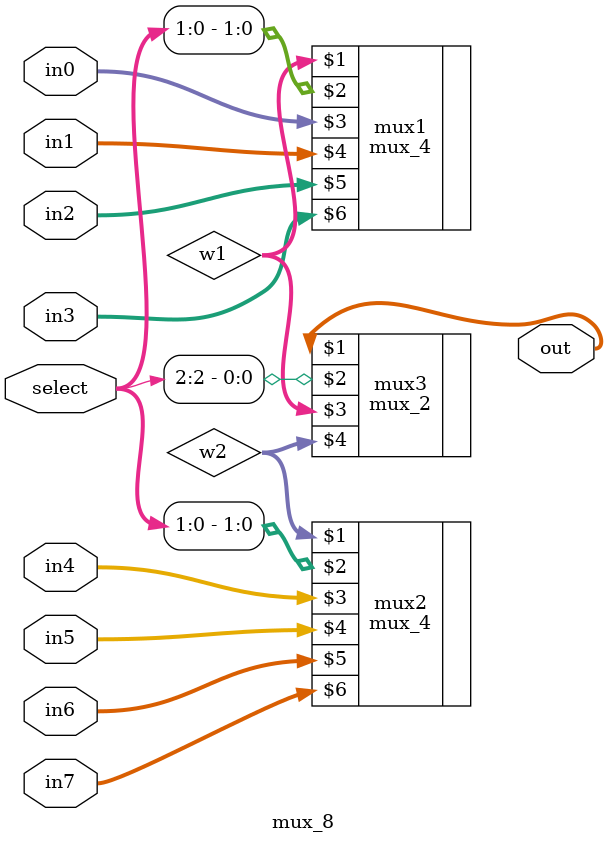
<source format=v>
module mux_8(out, select, in0, in1, in2, in3, in4, in5, in6, in7);
  input [2:0] select;
  input [31:0] in0, in1, in2, in3, in4, in5, in6, in7;
  output [31:0] out;
  wire [31:0] w1, w2;
  mux_4 mux1(w1, select[1:0], in0, in1, in2, in3);
  mux_4 mux2(w2, select[1:0], in4, in5, in6, in7);
  mux_2 mux3(out, select[2], w1, w2);
endmodule
</source>
